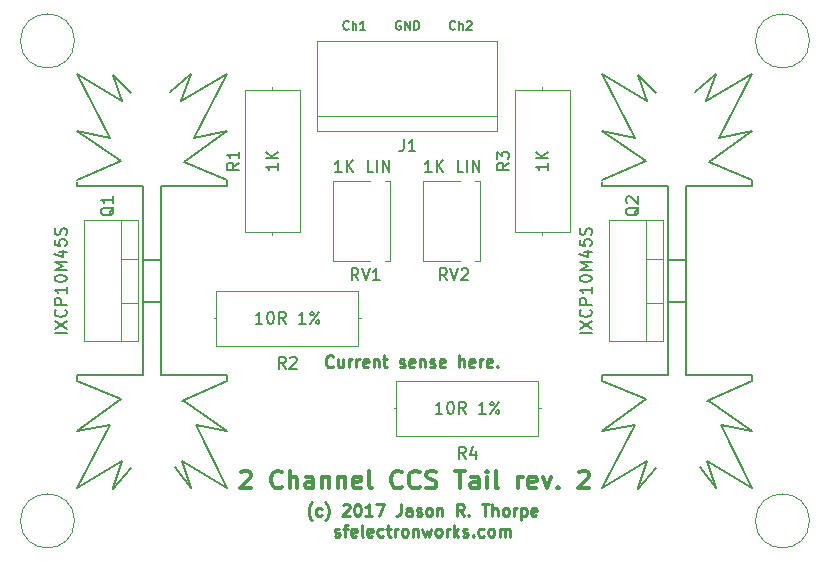
<source format=gbr>
G04 #@! TF.FileFunction,Legend,Top*
%FSLAX46Y46*%
G04 Gerber Fmt 4.6, Leading zero omitted, Abs format (unit mm)*
G04 Created by KiCad (PCBNEW 4.0.7) date Tuesday, March 20, 2018 'PMt' 01:52:30 PM*
%MOMM*%
%LPD*%
G01*
G04 APERTURE LIST*
%ADD10C,0.100000*%
%ADD11C,0.250000*%
%ADD12C,0.187500*%
%ADD13C,0.300000*%
%ADD14C,0.150000*%
%ADD15C,0.120000*%
G04 APERTURE END LIST*
D10*
D11*
X139764332Y-120245143D02*
X139716713Y-120292762D01*
X139573856Y-120340381D01*
X139478618Y-120340381D01*
X139335760Y-120292762D01*
X139240522Y-120197524D01*
X139192903Y-120102286D01*
X139145284Y-119911810D01*
X139145284Y-119768952D01*
X139192903Y-119578476D01*
X139240522Y-119483238D01*
X139335760Y-119388000D01*
X139478618Y-119340381D01*
X139573856Y-119340381D01*
X139716713Y-119388000D01*
X139764332Y-119435619D01*
X140621475Y-119673714D02*
X140621475Y-120340381D01*
X140192903Y-119673714D02*
X140192903Y-120197524D01*
X140240522Y-120292762D01*
X140335760Y-120340381D01*
X140478618Y-120340381D01*
X140573856Y-120292762D01*
X140621475Y-120245143D01*
X141097665Y-120340381D02*
X141097665Y-119673714D01*
X141097665Y-119864190D02*
X141145284Y-119768952D01*
X141192903Y-119721333D01*
X141288141Y-119673714D01*
X141383380Y-119673714D01*
X141716713Y-120340381D02*
X141716713Y-119673714D01*
X141716713Y-119864190D02*
X141764332Y-119768952D01*
X141811951Y-119721333D01*
X141907189Y-119673714D01*
X142002428Y-119673714D01*
X142716714Y-120292762D02*
X142621476Y-120340381D01*
X142430999Y-120340381D01*
X142335761Y-120292762D01*
X142288142Y-120197524D01*
X142288142Y-119816571D01*
X142335761Y-119721333D01*
X142430999Y-119673714D01*
X142621476Y-119673714D01*
X142716714Y-119721333D01*
X142764333Y-119816571D01*
X142764333Y-119911810D01*
X142288142Y-120007048D01*
X143192904Y-119673714D02*
X143192904Y-120340381D01*
X143192904Y-119768952D02*
X143240523Y-119721333D01*
X143335761Y-119673714D01*
X143478619Y-119673714D01*
X143573857Y-119721333D01*
X143621476Y-119816571D01*
X143621476Y-120340381D01*
X143954809Y-119673714D02*
X144335761Y-119673714D01*
X144097666Y-119340381D02*
X144097666Y-120197524D01*
X144145285Y-120292762D01*
X144240523Y-120340381D01*
X144335761Y-120340381D01*
X145383381Y-120292762D02*
X145478619Y-120340381D01*
X145669095Y-120340381D01*
X145764334Y-120292762D01*
X145811953Y-120197524D01*
X145811953Y-120149905D01*
X145764334Y-120054667D01*
X145669095Y-120007048D01*
X145526238Y-120007048D01*
X145431000Y-119959429D01*
X145383381Y-119864190D01*
X145383381Y-119816571D01*
X145431000Y-119721333D01*
X145526238Y-119673714D01*
X145669095Y-119673714D01*
X145764334Y-119721333D01*
X146621477Y-120292762D02*
X146526239Y-120340381D01*
X146335762Y-120340381D01*
X146240524Y-120292762D01*
X146192905Y-120197524D01*
X146192905Y-119816571D01*
X146240524Y-119721333D01*
X146335762Y-119673714D01*
X146526239Y-119673714D01*
X146621477Y-119721333D01*
X146669096Y-119816571D01*
X146669096Y-119911810D01*
X146192905Y-120007048D01*
X147097667Y-119673714D02*
X147097667Y-120340381D01*
X147097667Y-119768952D02*
X147145286Y-119721333D01*
X147240524Y-119673714D01*
X147383382Y-119673714D01*
X147478620Y-119721333D01*
X147526239Y-119816571D01*
X147526239Y-120340381D01*
X147954810Y-120292762D02*
X148050048Y-120340381D01*
X148240524Y-120340381D01*
X148335763Y-120292762D01*
X148383382Y-120197524D01*
X148383382Y-120149905D01*
X148335763Y-120054667D01*
X148240524Y-120007048D01*
X148097667Y-120007048D01*
X148002429Y-119959429D01*
X147954810Y-119864190D01*
X147954810Y-119816571D01*
X148002429Y-119721333D01*
X148097667Y-119673714D01*
X148240524Y-119673714D01*
X148335763Y-119721333D01*
X149192906Y-120292762D02*
X149097668Y-120340381D01*
X148907191Y-120340381D01*
X148811953Y-120292762D01*
X148764334Y-120197524D01*
X148764334Y-119816571D01*
X148811953Y-119721333D01*
X148907191Y-119673714D01*
X149097668Y-119673714D01*
X149192906Y-119721333D01*
X149240525Y-119816571D01*
X149240525Y-119911810D01*
X148764334Y-120007048D01*
X150431001Y-120340381D02*
X150431001Y-119340381D01*
X150859573Y-120340381D02*
X150859573Y-119816571D01*
X150811954Y-119721333D01*
X150716716Y-119673714D01*
X150573858Y-119673714D01*
X150478620Y-119721333D01*
X150431001Y-119768952D01*
X151716716Y-120292762D02*
X151621478Y-120340381D01*
X151431001Y-120340381D01*
X151335763Y-120292762D01*
X151288144Y-120197524D01*
X151288144Y-119816571D01*
X151335763Y-119721333D01*
X151431001Y-119673714D01*
X151621478Y-119673714D01*
X151716716Y-119721333D01*
X151764335Y-119816571D01*
X151764335Y-119911810D01*
X151288144Y-120007048D01*
X152192906Y-120340381D02*
X152192906Y-119673714D01*
X152192906Y-119864190D02*
X152240525Y-119768952D01*
X152288144Y-119721333D01*
X152383382Y-119673714D01*
X152478621Y-119673714D01*
X153192907Y-120292762D02*
X153097669Y-120340381D01*
X152907192Y-120340381D01*
X152811954Y-120292762D01*
X152764335Y-120197524D01*
X152764335Y-119816571D01*
X152811954Y-119721333D01*
X152907192Y-119673714D01*
X153097669Y-119673714D01*
X153192907Y-119721333D01*
X153240526Y-119816571D01*
X153240526Y-119911810D01*
X152764335Y-120007048D01*
X153669097Y-120245143D02*
X153716716Y-120292762D01*
X153669097Y-120340381D01*
X153621478Y-120292762D01*
X153669097Y-120245143D01*
X153669097Y-120340381D01*
D12*
X141085713Y-91707857D02*
X141049999Y-91743571D01*
X140942856Y-91779286D01*
X140871427Y-91779286D01*
X140764284Y-91743571D01*
X140692856Y-91672143D01*
X140657141Y-91600714D01*
X140621427Y-91457857D01*
X140621427Y-91350714D01*
X140657141Y-91207857D01*
X140692856Y-91136429D01*
X140764284Y-91065000D01*
X140871427Y-91029286D01*
X140942856Y-91029286D01*
X141049999Y-91065000D01*
X141085713Y-91100714D01*
X141407141Y-91779286D02*
X141407141Y-91029286D01*
X141728570Y-91779286D02*
X141728570Y-91386429D01*
X141692856Y-91315000D01*
X141621427Y-91279286D01*
X141514284Y-91279286D01*
X141442856Y-91315000D01*
X141407141Y-91350714D01*
X142478570Y-91779286D02*
X142049998Y-91779286D01*
X142264284Y-91779286D02*
X142264284Y-91029286D01*
X142192855Y-91136429D01*
X142121427Y-91207857D01*
X142049998Y-91243571D01*
X145478572Y-91065000D02*
X145407143Y-91029286D01*
X145300000Y-91029286D01*
X145192857Y-91065000D01*
X145121429Y-91136429D01*
X145085714Y-91207857D01*
X145050000Y-91350714D01*
X145050000Y-91457857D01*
X145085714Y-91600714D01*
X145121429Y-91672143D01*
X145192857Y-91743571D01*
X145300000Y-91779286D01*
X145371429Y-91779286D01*
X145478572Y-91743571D01*
X145514286Y-91707857D01*
X145514286Y-91457857D01*
X145371429Y-91457857D01*
X145835714Y-91779286D02*
X145835714Y-91029286D01*
X146264286Y-91779286D01*
X146264286Y-91029286D01*
X146621428Y-91779286D02*
X146621428Y-91029286D01*
X146800000Y-91029286D01*
X146907143Y-91065000D01*
X146978571Y-91136429D01*
X147014286Y-91207857D01*
X147050000Y-91350714D01*
X147050000Y-91457857D01*
X147014286Y-91600714D01*
X146978571Y-91672143D01*
X146907143Y-91743571D01*
X146800000Y-91779286D01*
X146621428Y-91779286D01*
X150085716Y-91707857D02*
X150050002Y-91743571D01*
X149942859Y-91779286D01*
X149871430Y-91779286D01*
X149764287Y-91743571D01*
X149692859Y-91672143D01*
X149657144Y-91600714D01*
X149621430Y-91457857D01*
X149621430Y-91350714D01*
X149657144Y-91207857D01*
X149692859Y-91136429D01*
X149764287Y-91065000D01*
X149871430Y-91029286D01*
X149942859Y-91029286D01*
X150050002Y-91065000D01*
X150085716Y-91100714D01*
X150407144Y-91779286D02*
X150407144Y-91029286D01*
X150728573Y-91779286D02*
X150728573Y-91386429D01*
X150692859Y-91315000D01*
X150621430Y-91279286D01*
X150514287Y-91279286D01*
X150442859Y-91315000D01*
X150407144Y-91350714D01*
X151050001Y-91100714D02*
X151085715Y-91065000D01*
X151157144Y-91029286D01*
X151335715Y-91029286D01*
X151407144Y-91065000D01*
X151442858Y-91100714D01*
X151478573Y-91172143D01*
X151478573Y-91243571D01*
X151442858Y-91350714D01*
X151014287Y-91779286D01*
X151478573Y-91779286D01*
D13*
X131935001Y-129242429D02*
X132006430Y-129171000D01*
X132149287Y-129099571D01*
X132506430Y-129099571D01*
X132649287Y-129171000D01*
X132720716Y-129242429D01*
X132792144Y-129385286D01*
X132792144Y-129528143D01*
X132720716Y-129742429D01*
X131863573Y-130599571D01*
X132792144Y-130599571D01*
X135435001Y-130456714D02*
X135363572Y-130528143D01*
X135149286Y-130599571D01*
X135006429Y-130599571D01*
X134792144Y-130528143D01*
X134649286Y-130385286D01*
X134577858Y-130242429D01*
X134506429Y-129956714D01*
X134506429Y-129742429D01*
X134577858Y-129456714D01*
X134649286Y-129313857D01*
X134792144Y-129171000D01*
X135006429Y-129099571D01*
X135149286Y-129099571D01*
X135363572Y-129171000D01*
X135435001Y-129242429D01*
X136077858Y-130599571D02*
X136077858Y-129099571D01*
X136720715Y-130599571D02*
X136720715Y-129813857D01*
X136649286Y-129671000D01*
X136506429Y-129599571D01*
X136292144Y-129599571D01*
X136149286Y-129671000D01*
X136077858Y-129742429D01*
X138077858Y-130599571D02*
X138077858Y-129813857D01*
X138006429Y-129671000D01*
X137863572Y-129599571D01*
X137577858Y-129599571D01*
X137435001Y-129671000D01*
X138077858Y-130528143D02*
X137935001Y-130599571D01*
X137577858Y-130599571D01*
X137435001Y-130528143D01*
X137363572Y-130385286D01*
X137363572Y-130242429D01*
X137435001Y-130099571D01*
X137577858Y-130028143D01*
X137935001Y-130028143D01*
X138077858Y-129956714D01*
X138792144Y-129599571D02*
X138792144Y-130599571D01*
X138792144Y-129742429D02*
X138863572Y-129671000D01*
X139006430Y-129599571D01*
X139220715Y-129599571D01*
X139363572Y-129671000D01*
X139435001Y-129813857D01*
X139435001Y-130599571D01*
X140149287Y-129599571D02*
X140149287Y-130599571D01*
X140149287Y-129742429D02*
X140220715Y-129671000D01*
X140363573Y-129599571D01*
X140577858Y-129599571D01*
X140720715Y-129671000D01*
X140792144Y-129813857D01*
X140792144Y-130599571D01*
X142077858Y-130528143D02*
X141935001Y-130599571D01*
X141649287Y-130599571D01*
X141506430Y-130528143D01*
X141435001Y-130385286D01*
X141435001Y-129813857D01*
X141506430Y-129671000D01*
X141649287Y-129599571D01*
X141935001Y-129599571D01*
X142077858Y-129671000D01*
X142149287Y-129813857D01*
X142149287Y-129956714D01*
X141435001Y-130099571D01*
X143006430Y-130599571D02*
X142863572Y-130528143D01*
X142792144Y-130385286D01*
X142792144Y-129099571D01*
X145577858Y-130456714D02*
X145506429Y-130528143D01*
X145292143Y-130599571D01*
X145149286Y-130599571D01*
X144935001Y-130528143D01*
X144792143Y-130385286D01*
X144720715Y-130242429D01*
X144649286Y-129956714D01*
X144649286Y-129742429D01*
X144720715Y-129456714D01*
X144792143Y-129313857D01*
X144935001Y-129171000D01*
X145149286Y-129099571D01*
X145292143Y-129099571D01*
X145506429Y-129171000D01*
X145577858Y-129242429D01*
X147077858Y-130456714D02*
X147006429Y-130528143D01*
X146792143Y-130599571D01*
X146649286Y-130599571D01*
X146435001Y-130528143D01*
X146292143Y-130385286D01*
X146220715Y-130242429D01*
X146149286Y-129956714D01*
X146149286Y-129742429D01*
X146220715Y-129456714D01*
X146292143Y-129313857D01*
X146435001Y-129171000D01*
X146649286Y-129099571D01*
X146792143Y-129099571D01*
X147006429Y-129171000D01*
X147077858Y-129242429D01*
X147649286Y-130528143D02*
X147863572Y-130599571D01*
X148220715Y-130599571D01*
X148363572Y-130528143D01*
X148435001Y-130456714D01*
X148506429Y-130313857D01*
X148506429Y-130171000D01*
X148435001Y-130028143D01*
X148363572Y-129956714D01*
X148220715Y-129885286D01*
X147935001Y-129813857D01*
X147792143Y-129742429D01*
X147720715Y-129671000D01*
X147649286Y-129528143D01*
X147649286Y-129385286D01*
X147720715Y-129242429D01*
X147792143Y-129171000D01*
X147935001Y-129099571D01*
X148292143Y-129099571D01*
X148506429Y-129171000D01*
X150077857Y-129099571D02*
X150935000Y-129099571D01*
X150506429Y-130599571D02*
X150506429Y-129099571D01*
X152077857Y-130599571D02*
X152077857Y-129813857D01*
X152006428Y-129671000D01*
X151863571Y-129599571D01*
X151577857Y-129599571D01*
X151435000Y-129671000D01*
X152077857Y-130528143D02*
X151935000Y-130599571D01*
X151577857Y-130599571D01*
X151435000Y-130528143D01*
X151363571Y-130385286D01*
X151363571Y-130242429D01*
X151435000Y-130099571D01*
X151577857Y-130028143D01*
X151935000Y-130028143D01*
X152077857Y-129956714D01*
X152792143Y-130599571D02*
X152792143Y-129599571D01*
X152792143Y-129099571D02*
X152720714Y-129171000D01*
X152792143Y-129242429D01*
X152863571Y-129171000D01*
X152792143Y-129099571D01*
X152792143Y-129242429D01*
X153720715Y-130599571D02*
X153577857Y-130528143D01*
X153506429Y-130385286D01*
X153506429Y-129099571D01*
X155435000Y-130599571D02*
X155435000Y-129599571D01*
X155435000Y-129885286D02*
X155506428Y-129742429D01*
X155577857Y-129671000D01*
X155720714Y-129599571D01*
X155863571Y-129599571D01*
X156934999Y-130528143D02*
X156792142Y-130599571D01*
X156506428Y-130599571D01*
X156363571Y-130528143D01*
X156292142Y-130385286D01*
X156292142Y-129813857D01*
X156363571Y-129671000D01*
X156506428Y-129599571D01*
X156792142Y-129599571D01*
X156934999Y-129671000D01*
X157006428Y-129813857D01*
X157006428Y-129956714D01*
X156292142Y-130099571D01*
X157506428Y-129599571D02*
X157863571Y-130599571D01*
X158220713Y-129599571D01*
X158792142Y-130456714D02*
X158863570Y-130528143D01*
X158792142Y-130599571D01*
X158720713Y-130528143D01*
X158792142Y-130456714D01*
X158792142Y-130599571D01*
X160577856Y-129242429D02*
X160649285Y-129171000D01*
X160792142Y-129099571D01*
X161149285Y-129099571D01*
X161292142Y-129171000D01*
X161363571Y-129242429D01*
X161434999Y-129385286D01*
X161434999Y-129528143D01*
X161363571Y-129742429D01*
X160506428Y-130599571D01*
X161434999Y-130599571D01*
D11*
X137962856Y-133308333D02*
X137915236Y-133260714D01*
X137819998Y-133117857D01*
X137772379Y-133022619D01*
X137724760Y-132879762D01*
X137677141Y-132641667D01*
X137677141Y-132451190D01*
X137724760Y-132213095D01*
X137772379Y-132070238D01*
X137819998Y-131975000D01*
X137915236Y-131832143D01*
X137962856Y-131784524D01*
X138772380Y-132879762D02*
X138677142Y-132927381D01*
X138486665Y-132927381D01*
X138391427Y-132879762D01*
X138343808Y-132832143D01*
X138296189Y-132736905D01*
X138296189Y-132451190D01*
X138343808Y-132355952D01*
X138391427Y-132308333D01*
X138486665Y-132260714D01*
X138677142Y-132260714D01*
X138772380Y-132308333D01*
X139105713Y-133308333D02*
X139153332Y-133260714D01*
X139248570Y-133117857D01*
X139296189Y-133022619D01*
X139343808Y-132879762D01*
X139391427Y-132641667D01*
X139391427Y-132451190D01*
X139343808Y-132213095D01*
X139296189Y-132070238D01*
X139248570Y-131975000D01*
X139153332Y-131832143D01*
X139105713Y-131784524D01*
X140581904Y-132022619D02*
X140629523Y-131975000D01*
X140724761Y-131927381D01*
X140962857Y-131927381D01*
X141058095Y-131975000D01*
X141105714Y-132022619D01*
X141153333Y-132117857D01*
X141153333Y-132213095D01*
X141105714Y-132355952D01*
X140534285Y-132927381D01*
X141153333Y-132927381D01*
X141772380Y-131927381D02*
X141867619Y-131927381D01*
X141962857Y-131975000D01*
X142010476Y-132022619D01*
X142058095Y-132117857D01*
X142105714Y-132308333D01*
X142105714Y-132546429D01*
X142058095Y-132736905D01*
X142010476Y-132832143D01*
X141962857Y-132879762D01*
X141867619Y-132927381D01*
X141772380Y-132927381D01*
X141677142Y-132879762D01*
X141629523Y-132832143D01*
X141581904Y-132736905D01*
X141534285Y-132546429D01*
X141534285Y-132308333D01*
X141581904Y-132117857D01*
X141629523Y-132022619D01*
X141677142Y-131975000D01*
X141772380Y-131927381D01*
X143058095Y-132927381D02*
X142486666Y-132927381D01*
X142772380Y-132927381D02*
X142772380Y-131927381D01*
X142677142Y-132070238D01*
X142581904Y-132165476D01*
X142486666Y-132213095D01*
X143391428Y-131927381D02*
X144058095Y-131927381D01*
X143629523Y-132927381D01*
X145486667Y-131927381D02*
X145486667Y-132641667D01*
X145439047Y-132784524D01*
X145343809Y-132879762D01*
X145200952Y-132927381D01*
X145105714Y-132927381D01*
X146391429Y-132927381D02*
X146391429Y-132403571D01*
X146343810Y-132308333D01*
X146248572Y-132260714D01*
X146058095Y-132260714D01*
X145962857Y-132308333D01*
X146391429Y-132879762D02*
X146296191Y-132927381D01*
X146058095Y-132927381D01*
X145962857Y-132879762D01*
X145915238Y-132784524D01*
X145915238Y-132689286D01*
X145962857Y-132594048D01*
X146058095Y-132546429D01*
X146296191Y-132546429D01*
X146391429Y-132498810D01*
X146820000Y-132879762D02*
X146915238Y-132927381D01*
X147105714Y-132927381D01*
X147200953Y-132879762D01*
X147248572Y-132784524D01*
X147248572Y-132736905D01*
X147200953Y-132641667D01*
X147105714Y-132594048D01*
X146962857Y-132594048D01*
X146867619Y-132546429D01*
X146820000Y-132451190D01*
X146820000Y-132403571D01*
X146867619Y-132308333D01*
X146962857Y-132260714D01*
X147105714Y-132260714D01*
X147200953Y-132308333D01*
X147820000Y-132927381D02*
X147724762Y-132879762D01*
X147677143Y-132832143D01*
X147629524Y-132736905D01*
X147629524Y-132451190D01*
X147677143Y-132355952D01*
X147724762Y-132308333D01*
X147820000Y-132260714D01*
X147962858Y-132260714D01*
X148058096Y-132308333D01*
X148105715Y-132355952D01*
X148153334Y-132451190D01*
X148153334Y-132736905D01*
X148105715Y-132832143D01*
X148058096Y-132879762D01*
X147962858Y-132927381D01*
X147820000Y-132927381D01*
X148581905Y-132260714D02*
X148581905Y-132927381D01*
X148581905Y-132355952D02*
X148629524Y-132308333D01*
X148724762Y-132260714D01*
X148867620Y-132260714D01*
X148962858Y-132308333D01*
X149010477Y-132403571D01*
X149010477Y-132927381D01*
X150820001Y-132927381D02*
X150486667Y-132451190D01*
X150248572Y-132927381D02*
X150248572Y-131927381D01*
X150629525Y-131927381D01*
X150724763Y-131975000D01*
X150772382Y-132022619D01*
X150820001Y-132117857D01*
X150820001Y-132260714D01*
X150772382Y-132355952D01*
X150724763Y-132403571D01*
X150629525Y-132451190D01*
X150248572Y-132451190D01*
X151248572Y-132832143D02*
X151296191Y-132879762D01*
X151248572Y-132927381D01*
X151200953Y-132879762D01*
X151248572Y-132832143D01*
X151248572Y-132927381D01*
X152343810Y-131927381D02*
X152915239Y-131927381D01*
X152629524Y-132927381D02*
X152629524Y-131927381D01*
X153248572Y-132927381D02*
X153248572Y-131927381D01*
X153677144Y-132927381D02*
X153677144Y-132403571D01*
X153629525Y-132308333D01*
X153534287Y-132260714D01*
X153391429Y-132260714D01*
X153296191Y-132308333D01*
X153248572Y-132355952D01*
X154296191Y-132927381D02*
X154200953Y-132879762D01*
X154153334Y-132832143D01*
X154105715Y-132736905D01*
X154105715Y-132451190D01*
X154153334Y-132355952D01*
X154200953Y-132308333D01*
X154296191Y-132260714D01*
X154439049Y-132260714D01*
X154534287Y-132308333D01*
X154581906Y-132355952D01*
X154629525Y-132451190D01*
X154629525Y-132736905D01*
X154581906Y-132832143D01*
X154534287Y-132879762D01*
X154439049Y-132927381D01*
X154296191Y-132927381D01*
X155058096Y-132927381D02*
X155058096Y-132260714D01*
X155058096Y-132451190D02*
X155105715Y-132355952D01*
X155153334Y-132308333D01*
X155248572Y-132260714D01*
X155343811Y-132260714D01*
X155677144Y-132260714D02*
X155677144Y-133260714D01*
X155677144Y-132308333D02*
X155772382Y-132260714D01*
X155962859Y-132260714D01*
X156058097Y-132308333D01*
X156105716Y-132355952D01*
X156153335Y-132451190D01*
X156153335Y-132736905D01*
X156105716Y-132832143D01*
X156058097Y-132879762D01*
X155962859Y-132927381D01*
X155772382Y-132927381D01*
X155677144Y-132879762D01*
X156962859Y-132879762D02*
X156867621Y-132927381D01*
X156677144Y-132927381D01*
X156581906Y-132879762D01*
X156534287Y-132784524D01*
X156534287Y-132403571D01*
X156581906Y-132308333D01*
X156677144Y-132260714D01*
X156867621Y-132260714D01*
X156962859Y-132308333D01*
X157010478Y-132403571D01*
X157010478Y-132498810D01*
X156534287Y-132594048D01*
X139891427Y-134629762D02*
X139986665Y-134677381D01*
X140177141Y-134677381D01*
X140272380Y-134629762D01*
X140319999Y-134534524D01*
X140319999Y-134486905D01*
X140272380Y-134391667D01*
X140177141Y-134344048D01*
X140034284Y-134344048D01*
X139939046Y-134296429D01*
X139891427Y-134201190D01*
X139891427Y-134153571D01*
X139939046Y-134058333D01*
X140034284Y-134010714D01*
X140177141Y-134010714D01*
X140272380Y-134058333D01*
X140605713Y-134010714D02*
X140986665Y-134010714D01*
X140748570Y-134677381D02*
X140748570Y-133820238D01*
X140796189Y-133725000D01*
X140891427Y-133677381D01*
X140986665Y-133677381D01*
X141700952Y-134629762D02*
X141605714Y-134677381D01*
X141415237Y-134677381D01*
X141319999Y-134629762D01*
X141272380Y-134534524D01*
X141272380Y-134153571D01*
X141319999Y-134058333D01*
X141415237Y-134010714D01*
X141605714Y-134010714D01*
X141700952Y-134058333D01*
X141748571Y-134153571D01*
X141748571Y-134248810D01*
X141272380Y-134344048D01*
X142319999Y-134677381D02*
X142224761Y-134629762D01*
X142177142Y-134534524D01*
X142177142Y-133677381D01*
X143081905Y-134629762D02*
X142986667Y-134677381D01*
X142796190Y-134677381D01*
X142700952Y-134629762D01*
X142653333Y-134534524D01*
X142653333Y-134153571D01*
X142700952Y-134058333D01*
X142796190Y-134010714D01*
X142986667Y-134010714D01*
X143081905Y-134058333D01*
X143129524Y-134153571D01*
X143129524Y-134248810D01*
X142653333Y-134344048D01*
X143986667Y-134629762D02*
X143891429Y-134677381D01*
X143700952Y-134677381D01*
X143605714Y-134629762D01*
X143558095Y-134582143D01*
X143510476Y-134486905D01*
X143510476Y-134201190D01*
X143558095Y-134105952D01*
X143605714Y-134058333D01*
X143700952Y-134010714D01*
X143891429Y-134010714D01*
X143986667Y-134058333D01*
X144272381Y-134010714D02*
X144653333Y-134010714D01*
X144415238Y-133677381D02*
X144415238Y-134534524D01*
X144462857Y-134629762D01*
X144558095Y-134677381D01*
X144653333Y-134677381D01*
X144986667Y-134677381D02*
X144986667Y-134010714D01*
X144986667Y-134201190D02*
X145034286Y-134105952D01*
X145081905Y-134058333D01*
X145177143Y-134010714D01*
X145272382Y-134010714D01*
X145748572Y-134677381D02*
X145653334Y-134629762D01*
X145605715Y-134582143D01*
X145558096Y-134486905D01*
X145558096Y-134201190D01*
X145605715Y-134105952D01*
X145653334Y-134058333D01*
X145748572Y-134010714D01*
X145891430Y-134010714D01*
X145986668Y-134058333D01*
X146034287Y-134105952D01*
X146081906Y-134201190D01*
X146081906Y-134486905D01*
X146034287Y-134582143D01*
X145986668Y-134629762D01*
X145891430Y-134677381D01*
X145748572Y-134677381D01*
X146510477Y-134010714D02*
X146510477Y-134677381D01*
X146510477Y-134105952D02*
X146558096Y-134058333D01*
X146653334Y-134010714D01*
X146796192Y-134010714D01*
X146891430Y-134058333D01*
X146939049Y-134153571D01*
X146939049Y-134677381D01*
X147320001Y-134010714D02*
X147510477Y-134677381D01*
X147700954Y-134201190D01*
X147891430Y-134677381D01*
X148081906Y-134010714D01*
X148605715Y-134677381D02*
X148510477Y-134629762D01*
X148462858Y-134582143D01*
X148415239Y-134486905D01*
X148415239Y-134201190D01*
X148462858Y-134105952D01*
X148510477Y-134058333D01*
X148605715Y-134010714D01*
X148748573Y-134010714D01*
X148843811Y-134058333D01*
X148891430Y-134105952D01*
X148939049Y-134201190D01*
X148939049Y-134486905D01*
X148891430Y-134582143D01*
X148843811Y-134629762D01*
X148748573Y-134677381D01*
X148605715Y-134677381D01*
X149367620Y-134677381D02*
X149367620Y-134010714D01*
X149367620Y-134201190D02*
X149415239Y-134105952D01*
X149462858Y-134058333D01*
X149558096Y-134010714D01*
X149653335Y-134010714D01*
X149986668Y-134677381D02*
X149986668Y-133677381D01*
X150081906Y-134296429D02*
X150367621Y-134677381D01*
X150367621Y-134010714D02*
X149986668Y-134391667D01*
X150748573Y-134629762D02*
X150843811Y-134677381D01*
X151034287Y-134677381D01*
X151129526Y-134629762D01*
X151177145Y-134534524D01*
X151177145Y-134486905D01*
X151129526Y-134391667D01*
X151034287Y-134344048D01*
X150891430Y-134344048D01*
X150796192Y-134296429D01*
X150748573Y-134201190D01*
X150748573Y-134153571D01*
X150796192Y-134058333D01*
X150891430Y-134010714D01*
X151034287Y-134010714D01*
X151129526Y-134058333D01*
X151605716Y-134582143D02*
X151653335Y-134629762D01*
X151605716Y-134677381D01*
X151558097Y-134629762D01*
X151605716Y-134582143D01*
X151605716Y-134677381D01*
X152510478Y-134629762D02*
X152415240Y-134677381D01*
X152224763Y-134677381D01*
X152129525Y-134629762D01*
X152081906Y-134582143D01*
X152034287Y-134486905D01*
X152034287Y-134201190D01*
X152081906Y-134105952D01*
X152129525Y-134058333D01*
X152224763Y-134010714D01*
X152415240Y-134010714D01*
X152510478Y-134058333D01*
X153081906Y-134677381D02*
X152986668Y-134629762D01*
X152939049Y-134582143D01*
X152891430Y-134486905D01*
X152891430Y-134201190D01*
X152939049Y-134105952D01*
X152986668Y-134058333D01*
X153081906Y-134010714D01*
X153224764Y-134010714D01*
X153320002Y-134058333D01*
X153367621Y-134105952D01*
X153415240Y-134201190D01*
X153415240Y-134486905D01*
X153367621Y-134582143D01*
X153320002Y-134629762D01*
X153224764Y-134677381D01*
X153081906Y-134677381D01*
X153843811Y-134677381D02*
X153843811Y-134010714D01*
X153843811Y-134105952D02*
X153891430Y-134058333D01*
X153986668Y-134010714D01*
X154129526Y-134010714D01*
X154224764Y-134058333D01*
X154272383Y-134153571D01*
X154272383Y-134677381D01*
X154272383Y-134153571D02*
X154320002Y-134058333D01*
X154415240Y-134010714D01*
X154558097Y-134010714D01*
X154653335Y-134058333D01*
X154700954Y-134153571D01*
X154700954Y-134677381D01*
D14*
X123698000Y-114808000D02*
X125222000Y-114808000D01*
X123698000Y-111252000D02*
X125222000Y-111252000D01*
X130810000Y-121539000D02*
X130810000Y-121031000D01*
X118110000Y-95504000D02*
X120904000Y-100965000D01*
X120904000Y-100965000D02*
X118110000Y-100330000D01*
X121793000Y-123063000D02*
X118110000Y-125730000D01*
X118110000Y-125730000D02*
X120904000Y-125222000D01*
X120904000Y-125222000D02*
X118110000Y-130556000D01*
X127127000Y-123190000D02*
X130810000Y-125730000D01*
X130810000Y-125730000D02*
X128143000Y-125222000D01*
X128143000Y-125222000D02*
X130810000Y-130556000D01*
X127000000Y-128270000D02*
X130810000Y-130556000D01*
X121920000Y-128270000D02*
X118110000Y-130556000D01*
X118110000Y-105029000D02*
X118110000Y-104648000D01*
X130810000Y-105029000D02*
X130810000Y-104521000D01*
X127127000Y-102997000D02*
X130810000Y-100330000D01*
X130810000Y-100330000D02*
X128016000Y-100965000D01*
X128016000Y-100965000D02*
X130810000Y-95504000D01*
X126873000Y-97790000D02*
X127762000Y-95504000D01*
X127762000Y-95504000D02*
X125984000Y-97028000D01*
X130810000Y-95504000D02*
X126873000Y-97790000D01*
X121920000Y-97790000D02*
X121158000Y-95631000D01*
X121158000Y-95631000D02*
X122682000Y-97155000D01*
X118110000Y-95504000D02*
X121920000Y-97790000D01*
X121793000Y-102870000D02*
X118110000Y-100330000D01*
X130810000Y-104521000D02*
X127127000Y-102997000D01*
X118110000Y-104521000D02*
X121793000Y-102870000D01*
X130810000Y-121539000D02*
X127000000Y-123190000D01*
X118110000Y-121031000D02*
X118110000Y-121539000D01*
X118110000Y-121539000D02*
X121793000Y-123063000D01*
X127762000Y-130556000D02*
X126365000Y-128778000D01*
X121158000Y-130683000D02*
X122682000Y-128905000D01*
X127762000Y-130556000D02*
X127000000Y-128270000D01*
X121158000Y-130556000D02*
X121920000Y-128270000D01*
X125222000Y-113030000D02*
X125222000Y-121031000D01*
X125222000Y-121031000D02*
X130810000Y-121031000D01*
X125222000Y-113030000D02*
X125222000Y-105029000D01*
X125222000Y-105029000D02*
X130810000Y-105029000D01*
X123698000Y-113030000D02*
X123698000Y-121031000D01*
X123698000Y-121031000D02*
X118110000Y-121031000D01*
X123698000Y-113030000D02*
X123698000Y-105029000D01*
X123698000Y-105029000D02*
X118110000Y-105029000D01*
D15*
X152210000Y-111310000D02*
X151741000Y-111310000D01*
X150519000Y-111310000D02*
X147390000Y-111310000D01*
X152210000Y-104590000D02*
X151741000Y-104590000D01*
X150519000Y-104590000D02*
X147390000Y-104590000D01*
X147390000Y-111310000D02*
X147390000Y-104590000D01*
X152210000Y-111310000D02*
X152210000Y-104590000D01*
X138430000Y-100330000D02*
X138430000Y-92710000D01*
X153670000Y-100330000D02*
X153670000Y-92710000D01*
X138430000Y-99060000D02*
X153670000Y-99060000D01*
X138430000Y-92710000D02*
X153670000Y-92710000D01*
X138430000Y-100330000D02*
X153670000Y-100330000D01*
X123270000Y-107910000D02*
X123270000Y-118150000D01*
X118629000Y-107910000D02*
X118629000Y-118150000D01*
X123270000Y-107910000D02*
X118629000Y-107910000D01*
X123270000Y-118150000D02*
X118629000Y-118150000D01*
X121760000Y-107910000D02*
X121760000Y-118150000D01*
X123270000Y-111180000D02*
X121760000Y-111180000D01*
X123270000Y-114881000D02*
X121760000Y-114881000D01*
X167720000Y-107910000D02*
X167720000Y-118150000D01*
X163079000Y-107910000D02*
X163079000Y-118150000D01*
X167720000Y-107910000D02*
X163079000Y-107910000D01*
X167720000Y-118150000D02*
X163079000Y-118150000D01*
X166210000Y-107910000D02*
X166210000Y-118150000D01*
X167720000Y-111180000D02*
X166210000Y-111180000D01*
X167720000Y-114881000D02*
X166210000Y-114881000D01*
X132310000Y-108880000D02*
X136930000Y-108880000D01*
X136930000Y-108880000D02*
X136930000Y-96860000D01*
X136930000Y-96860000D02*
X132310000Y-96860000D01*
X132310000Y-96860000D02*
X132310000Y-108880000D01*
X134620000Y-109110000D02*
X134620000Y-108880000D01*
X134620000Y-96630000D02*
X134620000Y-96860000D01*
X129880000Y-113895000D02*
X129880000Y-118515000D01*
X129880000Y-118515000D02*
X141900000Y-118515000D01*
X141900000Y-118515000D02*
X141900000Y-113895000D01*
X141900000Y-113895000D02*
X129880000Y-113895000D01*
X129650000Y-116205000D02*
X129880000Y-116205000D01*
X142130000Y-116205000D02*
X141900000Y-116205000D01*
X159790000Y-96860000D02*
X155170000Y-96860000D01*
X155170000Y-96860000D02*
X155170000Y-108880000D01*
X155170000Y-108880000D02*
X159790000Y-108880000D01*
X159790000Y-108880000D02*
X159790000Y-96860000D01*
X157480000Y-96630000D02*
X157480000Y-96860000D01*
X157480000Y-109110000D02*
X157480000Y-108880000D01*
X157140000Y-126135000D02*
X157140000Y-121515000D01*
X157140000Y-121515000D02*
X145120000Y-121515000D01*
X145120000Y-121515000D02*
X145120000Y-126135000D01*
X145120000Y-126135000D02*
X157140000Y-126135000D01*
X157370000Y-123825000D02*
X157140000Y-123825000D01*
X144890000Y-123825000D02*
X145120000Y-123825000D01*
X144590000Y-111310000D02*
X144121000Y-111310000D01*
X142899000Y-111310000D02*
X139770000Y-111310000D01*
X144590000Y-104590000D02*
X144121000Y-104590000D01*
X142899000Y-104590000D02*
X139770000Y-104590000D01*
X139770000Y-111310000D02*
X139770000Y-104590000D01*
X144590000Y-111310000D02*
X144590000Y-104590000D01*
X180086000Y-92710000D02*
G75*
G03X180086000Y-92710000I-2286000J0D01*
G01*
X117856000Y-92710000D02*
G75*
G03X117856000Y-92710000I-2286000J0D01*
G01*
X180086000Y-133350000D02*
G75*
G03X180086000Y-133350000I-2286000J0D01*
G01*
X117856000Y-133350000D02*
G75*
G03X117856000Y-133350000I-2286000J0D01*
G01*
D14*
X168148000Y-114808000D02*
X169672000Y-114808000D01*
X168148000Y-111252000D02*
X169672000Y-111252000D01*
X175260000Y-121539000D02*
X175260000Y-121031000D01*
X162560000Y-95504000D02*
X165354000Y-100965000D01*
X165354000Y-100965000D02*
X162560000Y-100330000D01*
X166243000Y-123063000D02*
X162560000Y-125730000D01*
X162560000Y-125730000D02*
X165354000Y-125222000D01*
X165354000Y-125222000D02*
X162560000Y-130556000D01*
X171577000Y-123190000D02*
X175260000Y-125730000D01*
X175260000Y-125730000D02*
X172593000Y-125222000D01*
X172593000Y-125222000D02*
X175260000Y-130556000D01*
X171450000Y-128270000D02*
X175260000Y-130556000D01*
X166370000Y-128270000D02*
X162560000Y-130556000D01*
X162560000Y-105029000D02*
X162560000Y-104648000D01*
X175260000Y-105029000D02*
X175260000Y-104521000D01*
X171577000Y-102997000D02*
X175260000Y-100330000D01*
X175260000Y-100330000D02*
X172466000Y-100965000D01*
X172466000Y-100965000D02*
X175260000Y-95504000D01*
X171323000Y-97790000D02*
X172212000Y-95504000D01*
X172212000Y-95504000D02*
X170434000Y-97028000D01*
X175260000Y-95504000D02*
X171323000Y-97790000D01*
X166370000Y-97790000D02*
X165608000Y-95631000D01*
X165608000Y-95631000D02*
X167132000Y-97155000D01*
X162560000Y-95504000D02*
X166370000Y-97790000D01*
X166243000Y-102870000D02*
X162560000Y-100330000D01*
X175260000Y-104521000D02*
X171577000Y-102997000D01*
X162560000Y-104521000D02*
X166243000Y-102870000D01*
X175260000Y-121539000D02*
X171450000Y-123190000D01*
X162560000Y-121031000D02*
X162560000Y-121539000D01*
X162560000Y-121539000D02*
X166243000Y-123063000D01*
X172212000Y-130556000D02*
X170815000Y-128778000D01*
X165608000Y-130683000D02*
X167132000Y-128905000D01*
X172212000Y-130556000D02*
X171450000Y-128270000D01*
X165608000Y-130556000D02*
X166370000Y-128270000D01*
X169672000Y-113030000D02*
X169672000Y-121031000D01*
X169672000Y-121031000D02*
X175260000Y-121031000D01*
X169672000Y-113030000D02*
X169672000Y-105029000D01*
X169672000Y-105029000D02*
X175260000Y-105029000D01*
X168148000Y-113030000D02*
X168148000Y-121031000D01*
X168148000Y-121031000D02*
X162560000Y-121031000D01*
X168148000Y-113030000D02*
X168148000Y-105029000D01*
X168148000Y-105029000D02*
X162560000Y-105029000D01*
X149391762Y-112974381D02*
X149058428Y-112498190D01*
X148820333Y-112974381D02*
X148820333Y-111974381D01*
X149201286Y-111974381D01*
X149296524Y-112022000D01*
X149344143Y-112069619D01*
X149391762Y-112164857D01*
X149391762Y-112307714D01*
X149344143Y-112402952D01*
X149296524Y-112450571D01*
X149201286Y-112498190D01*
X148820333Y-112498190D01*
X149677476Y-111974381D02*
X150010809Y-112974381D01*
X150344143Y-111974381D01*
X150629857Y-112069619D02*
X150677476Y-112022000D01*
X150772714Y-111974381D01*
X151010810Y-111974381D01*
X151106048Y-112022000D01*
X151153667Y-112069619D01*
X151201286Y-112164857D01*
X151201286Y-112260095D01*
X151153667Y-112402952D01*
X150582238Y-112974381D01*
X151201286Y-112974381D01*
X148098096Y-103830381D02*
X147526667Y-103830381D01*
X147812381Y-103830381D02*
X147812381Y-102830381D01*
X147717143Y-102973238D01*
X147621905Y-103068476D01*
X147526667Y-103116095D01*
X148526667Y-103830381D02*
X148526667Y-102830381D01*
X149098096Y-103830381D02*
X148669524Y-103258952D01*
X149098096Y-102830381D02*
X148526667Y-103401810D01*
X150764763Y-103830381D02*
X150288572Y-103830381D01*
X150288572Y-102830381D01*
X151098096Y-103830381D02*
X151098096Y-102830381D01*
X151574286Y-103830381D02*
X151574286Y-102830381D01*
X152145715Y-103830381D01*
X152145715Y-102830381D01*
X145716667Y-101052381D02*
X145716667Y-101766667D01*
X145669047Y-101909524D01*
X145573809Y-102004762D01*
X145430952Y-102052381D01*
X145335714Y-102052381D01*
X146716667Y-102052381D02*
X146145238Y-102052381D01*
X146430952Y-102052381D02*
X146430952Y-101052381D01*
X146335714Y-101195238D01*
X146240476Y-101290476D01*
X146145238Y-101338095D01*
X121197619Y-106775238D02*
X121150000Y-106870476D01*
X121054762Y-106965714D01*
X120911905Y-107108571D01*
X120864286Y-107203810D01*
X120864286Y-107299048D01*
X121102381Y-107251429D02*
X121054762Y-107346667D01*
X120959524Y-107441905D01*
X120769048Y-107489524D01*
X120435714Y-107489524D01*
X120245238Y-107441905D01*
X120150000Y-107346667D01*
X120102381Y-107251429D01*
X120102381Y-107060952D01*
X120150000Y-106965714D01*
X120245238Y-106870476D01*
X120435714Y-106822857D01*
X120769048Y-106822857D01*
X120959524Y-106870476D01*
X121054762Y-106965714D01*
X121102381Y-107060952D01*
X121102381Y-107251429D01*
X121102381Y-105870476D02*
X121102381Y-106441905D01*
X121102381Y-106156191D02*
X120102381Y-106156191D01*
X120245238Y-106251429D01*
X120340476Y-106346667D01*
X120388095Y-106441905D01*
X117182381Y-117458571D02*
X116182381Y-117458571D01*
X116182381Y-117077619D02*
X117182381Y-116410952D01*
X116182381Y-116410952D02*
X117182381Y-117077619D01*
X117087143Y-115458571D02*
X117134762Y-115506190D01*
X117182381Y-115649047D01*
X117182381Y-115744285D01*
X117134762Y-115887143D01*
X117039524Y-115982381D01*
X116944286Y-116030000D01*
X116753810Y-116077619D01*
X116610952Y-116077619D01*
X116420476Y-116030000D01*
X116325238Y-115982381D01*
X116230000Y-115887143D01*
X116182381Y-115744285D01*
X116182381Y-115649047D01*
X116230000Y-115506190D01*
X116277619Y-115458571D01*
X117182381Y-115030000D02*
X116182381Y-115030000D01*
X116182381Y-114649047D01*
X116230000Y-114553809D01*
X116277619Y-114506190D01*
X116372857Y-114458571D01*
X116515714Y-114458571D01*
X116610952Y-114506190D01*
X116658571Y-114553809D01*
X116706190Y-114649047D01*
X116706190Y-115030000D01*
X117182381Y-113506190D02*
X117182381Y-114077619D01*
X117182381Y-113791905D02*
X116182381Y-113791905D01*
X116325238Y-113887143D01*
X116420476Y-113982381D01*
X116468095Y-114077619D01*
X116182381Y-112887143D02*
X116182381Y-112791904D01*
X116230000Y-112696666D01*
X116277619Y-112649047D01*
X116372857Y-112601428D01*
X116563333Y-112553809D01*
X116801429Y-112553809D01*
X116991905Y-112601428D01*
X117087143Y-112649047D01*
X117134762Y-112696666D01*
X117182381Y-112791904D01*
X117182381Y-112887143D01*
X117134762Y-112982381D01*
X117087143Y-113030000D01*
X116991905Y-113077619D01*
X116801429Y-113125238D01*
X116563333Y-113125238D01*
X116372857Y-113077619D01*
X116277619Y-113030000D01*
X116230000Y-112982381D01*
X116182381Y-112887143D01*
X117182381Y-112125238D02*
X116182381Y-112125238D01*
X116896667Y-111791904D01*
X116182381Y-111458571D01*
X117182381Y-111458571D01*
X116515714Y-110553809D02*
X117182381Y-110553809D01*
X116134762Y-110791905D02*
X116849048Y-111030000D01*
X116849048Y-110410952D01*
X116182381Y-109553809D02*
X116182381Y-110030000D01*
X116658571Y-110077619D01*
X116610952Y-110030000D01*
X116563333Y-109934762D01*
X116563333Y-109696666D01*
X116610952Y-109601428D01*
X116658571Y-109553809D01*
X116753810Y-109506190D01*
X116991905Y-109506190D01*
X117087143Y-109553809D01*
X117134762Y-109601428D01*
X117182381Y-109696666D01*
X117182381Y-109934762D01*
X117134762Y-110030000D01*
X117087143Y-110077619D01*
X117134762Y-109125238D02*
X117182381Y-108982381D01*
X117182381Y-108744285D01*
X117134762Y-108649047D01*
X117087143Y-108601428D01*
X116991905Y-108553809D01*
X116896667Y-108553809D01*
X116801429Y-108601428D01*
X116753810Y-108649047D01*
X116706190Y-108744285D01*
X116658571Y-108934762D01*
X116610952Y-109030000D01*
X116563333Y-109077619D01*
X116468095Y-109125238D01*
X116372857Y-109125238D01*
X116277619Y-109077619D01*
X116230000Y-109030000D01*
X116182381Y-108934762D01*
X116182381Y-108696666D01*
X116230000Y-108553809D01*
X165647619Y-106775238D02*
X165600000Y-106870476D01*
X165504762Y-106965714D01*
X165361905Y-107108571D01*
X165314286Y-107203810D01*
X165314286Y-107299048D01*
X165552381Y-107251429D02*
X165504762Y-107346667D01*
X165409524Y-107441905D01*
X165219048Y-107489524D01*
X164885714Y-107489524D01*
X164695238Y-107441905D01*
X164600000Y-107346667D01*
X164552381Y-107251429D01*
X164552381Y-107060952D01*
X164600000Y-106965714D01*
X164695238Y-106870476D01*
X164885714Y-106822857D01*
X165219048Y-106822857D01*
X165409524Y-106870476D01*
X165504762Y-106965714D01*
X165552381Y-107060952D01*
X165552381Y-107251429D01*
X164647619Y-106441905D02*
X164600000Y-106394286D01*
X164552381Y-106299048D01*
X164552381Y-106060952D01*
X164600000Y-105965714D01*
X164647619Y-105918095D01*
X164742857Y-105870476D01*
X164838095Y-105870476D01*
X164980952Y-105918095D01*
X165552381Y-106489524D01*
X165552381Y-105870476D01*
X161632381Y-117458571D02*
X160632381Y-117458571D01*
X160632381Y-117077619D02*
X161632381Y-116410952D01*
X160632381Y-116410952D02*
X161632381Y-117077619D01*
X161537143Y-115458571D02*
X161584762Y-115506190D01*
X161632381Y-115649047D01*
X161632381Y-115744285D01*
X161584762Y-115887143D01*
X161489524Y-115982381D01*
X161394286Y-116030000D01*
X161203810Y-116077619D01*
X161060952Y-116077619D01*
X160870476Y-116030000D01*
X160775238Y-115982381D01*
X160680000Y-115887143D01*
X160632381Y-115744285D01*
X160632381Y-115649047D01*
X160680000Y-115506190D01*
X160727619Y-115458571D01*
X161632381Y-115030000D02*
X160632381Y-115030000D01*
X160632381Y-114649047D01*
X160680000Y-114553809D01*
X160727619Y-114506190D01*
X160822857Y-114458571D01*
X160965714Y-114458571D01*
X161060952Y-114506190D01*
X161108571Y-114553809D01*
X161156190Y-114649047D01*
X161156190Y-115030000D01*
X161632381Y-113506190D02*
X161632381Y-114077619D01*
X161632381Y-113791905D02*
X160632381Y-113791905D01*
X160775238Y-113887143D01*
X160870476Y-113982381D01*
X160918095Y-114077619D01*
X160632381Y-112887143D02*
X160632381Y-112791904D01*
X160680000Y-112696666D01*
X160727619Y-112649047D01*
X160822857Y-112601428D01*
X161013333Y-112553809D01*
X161251429Y-112553809D01*
X161441905Y-112601428D01*
X161537143Y-112649047D01*
X161584762Y-112696666D01*
X161632381Y-112791904D01*
X161632381Y-112887143D01*
X161584762Y-112982381D01*
X161537143Y-113030000D01*
X161441905Y-113077619D01*
X161251429Y-113125238D01*
X161013333Y-113125238D01*
X160822857Y-113077619D01*
X160727619Y-113030000D01*
X160680000Y-112982381D01*
X160632381Y-112887143D01*
X161632381Y-112125238D02*
X160632381Y-112125238D01*
X161346667Y-111791904D01*
X160632381Y-111458571D01*
X161632381Y-111458571D01*
X160965714Y-110553809D02*
X161632381Y-110553809D01*
X160584762Y-110791905D02*
X161299048Y-111030000D01*
X161299048Y-110410952D01*
X160632381Y-109553809D02*
X160632381Y-110030000D01*
X161108571Y-110077619D01*
X161060952Y-110030000D01*
X161013333Y-109934762D01*
X161013333Y-109696666D01*
X161060952Y-109601428D01*
X161108571Y-109553809D01*
X161203810Y-109506190D01*
X161441905Y-109506190D01*
X161537143Y-109553809D01*
X161584762Y-109601428D01*
X161632381Y-109696666D01*
X161632381Y-109934762D01*
X161584762Y-110030000D01*
X161537143Y-110077619D01*
X161584762Y-109125238D02*
X161632381Y-108982381D01*
X161632381Y-108744285D01*
X161584762Y-108649047D01*
X161537143Y-108601428D01*
X161441905Y-108553809D01*
X161346667Y-108553809D01*
X161251429Y-108601428D01*
X161203810Y-108649047D01*
X161156190Y-108744285D01*
X161108571Y-108934762D01*
X161060952Y-109030000D01*
X161013333Y-109077619D01*
X160918095Y-109125238D01*
X160822857Y-109125238D01*
X160727619Y-109077619D01*
X160680000Y-109030000D01*
X160632381Y-108934762D01*
X160632381Y-108696666D01*
X160680000Y-108553809D01*
X131762381Y-103036666D02*
X131286190Y-103370000D01*
X131762381Y-103608095D02*
X130762381Y-103608095D01*
X130762381Y-103227142D01*
X130810000Y-103131904D01*
X130857619Y-103084285D01*
X130952857Y-103036666D01*
X131095714Y-103036666D01*
X131190952Y-103084285D01*
X131238571Y-103131904D01*
X131286190Y-103227142D01*
X131286190Y-103608095D01*
X131762381Y-102084285D02*
X131762381Y-102655714D01*
X131762381Y-102370000D02*
X130762381Y-102370000D01*
X130905238Y-102465238D01*
X131000476Y-102560476D01*
X131048095Y-102655714D01*
X135072381Y-103084285D02*
X135072381Y-103655714D01*
X135072381Y-103370000D02*
X134072381Y-103370000D01*
X134215238Y-103465238D01*
X134310476Y-103560476D01*
X134358095Y-103655714D01*
X135072381Y-102655714D02*
X134072381Y-102655714D01*
X135072381Y-102084285D02*
X134500952Y-102512857D01*
X134072381Y-102084285D02*
X134643810Y-102655714D01*
X135723334Y-120467381D02*
X135390000Y-119991190D01*
X135151905Y-120467381D02*
X135151905Y-119467381D01*
X135532858Y-119467381D01*
X135628096Y-119515000D01*
X135675715Y-119562619D01*
X135723334Y-119657857D01*
X135723334Y-119800714D01*
X135675715Y-119895952D01*
X135628096Y-119943571D01*
X135532858Y-119991190D01*
X135151905Y-119991190D01*
X136104286Y-119562619D02*
X136151905Y-119515000D01*
X136247143Y-119467381D01*
X136485239Y-119467381D01*
X136580477Y-119515000D01*
X136628096Y-119562619D01*
X136675715Y-119657857D01*
X136675715Y-119753095D01*
X136628096Y-119895952D01*
X136056667Y-120467381D01*
X136675715Y-120467381D01*
X133770953Y-116657381D02*
X133199524Y-116657381D01*
X133485238Y-116657381D02*
X133485238Y-115657381D01*
X133390000Y-115800238D01*
X133294762Y-115895476D01*
X133199524Y-115943095D01*
X134390000Y-115657381D02*
X134485239Y-115657381D01*
X134580477Y-115705000D01*
X134628096Y-115752619D01*
X134675715Y-115847857D01*
X134723334Y-116038333D01*
X134723334Y-116276429D01*
X134675715Y-116466905D01*
X134628096Y-116562143D01*
X134580477Y-116609762D01*
X134485239Y-116657381D01*
X134390000Y-116657381D01*
X134294762Y-116609762D01*
X134247143Y-116562143D01*
X134199524Y-116466905D01*
X134151905Y-116276429D01*
X134151905Y-116038333D01*
X134199524Y-115847857D01*
X134247143Y-115752619D01*
X134294762Y-115705000D01*
X134390000Y-115657381D01*
X135723334Y-116657381D02*
X135390000Y-116181190D01*
X135151905Y-116657381D02*
X135151905Y-115657381D01*
X135532858Y-115657381D01*
X135628096Y-115705000D01*
X135675715Y-115752619D01*
X135723334Y-115847857D01*
X135723334Y-115990714D01*
X135675715Y-116085952D01*
X135628096Y-116133571D01*
X135532858Y-116181190D01*
X135151905Y-116181190D01*
X137437620Y-116657381D02*
X136866191Y-116657381D01*
X137151905Y-116657381D02*
X137151905Y-115657381D01*
X137056667Y-115800238D01*
X136961429Y-115895476D01*
X136866191Y-115943095D01*
X137818572Y-116657381D02*
X138580477Y-115657381D01*
X137961429Y-115657381D02*
X138056667Y-115705000D01*
X138104286Y-115800238D01*
X138056667Y-115895476D01*
X137961429Y-115943095D01*
X137866191Y-115895476D01*
X137818572Y-115800238D01*
X137866191Y-115705000D01*
X137961429Y-115657381D01*
X138532858Y-116609762D02*
X138580477Y-116514524D01*
X138532858Y-116419286D01*
X138437620Y-116371667D01*
X138342382Y-116419286D01*
X138294763Y-116514524D01*
X138342382Y-116609762D01*
X138437620Y-116657381D01*
X138532858Y-116609762D01*
X154630381Y-103036666D02*
X154154190Y-103370000D01*
X154630381Y-103608095D02*
X153630381Y-103608095D01*
X153630381Y-103227142D01*
X153678000Y-103131904D01*
X153725619Y-103084285D01*
X153820857Y-103036666D01*
X153963714Y-103036666D01*
X154058952Y-103084285D01*
X154106571Y-103131904D01*
X154154190Y-103227142D01*
X154154190Y-103608095D01*
X153630381Y-102703333D02*
X153630381Y-102084285D01*
X154011333Y-102417619D01*
X154011333Y-102274761D01*
X154058952Y-102179523D01*
X154106571Y-102131904D01*
X154201810Y-102084285D01*
X154439905Y-102084285D01*
X154535143Y-102131904D01*
X154582762Y-102179523D01*
X154630381Y-102274761D01*
X154630381Y-102560476D01*
X154582762Y-102655714D01*
X154535143Y-102703333D01*
X157932381Y-103084285D02*
X157932381Y-103655714D01*
X157932381Y-103370000D02*
X156932381Y-103370000D01*
X157075238Y-103465238D01*
X157170476Y-103560476D01*
X157218095Y-103655714D01*
X157932381Y-102655714D02*
X156932381Y-102655714D01*
X157932381Y-102084285D02*
X157360952Y-102512857D01*
X156932381Y-102084285D02*
X157503810Y-102655714D01*
X150963334Y-128087381D02*
X150630000Y-127611190D01*
X150391905Y-128087381D02*
X150391905Y-127087381D01*
X150772858Y-127087381D01*
X150868096Y-127135000D01*
X150915715Y-127182619D01*
X150963334Y-127277857D01*
X150963334Y-127420714D01*
X150915715Y-127515952D01*
X150868096Y-127563571D01*
X150772858Y-127611190D01*
X150391905Y-127611190D01*
X151820477Y-127420714D02*
X151820477Y-128087381D01*
X151582381Y-127039762D02*
X151344286Y-127754048D01*
X151963334Y-127754048D01*
X149010953Y-124277381D02*
X148439524Y-124277381D01*
X148725238Y-124277381D02*
X148725238Y-123277381D01*
X148630000Y-123420238D01*
X148534762Y-123515476D01*
X148439524Y-123563095D01*
X149630000Y-123277381D02*
X149725239Y-123277381D01*
X149820477Y-123325000D01*
X149868096Y-123372619D01*
X149915715Y-123467857D01*
X149963334Y-123658333D01*
X149963334Y-123896429D01*
X149915715Y-124086905D01*
X149868096Y-124182143D01*
X149820477Y-124229762D01*
X149725239Y-124277381D01*
X149630000Y-124277381D01*
X149534762Y-124229762D01*
X149487143Y-124182143D01*
X149439524Y-124086905D01*
X149391905Y-123896429D01*
X149391905Y-123658333D01*
X149439524Y-123467857D01*
X149487143Y-123372619D01*
X149534762Y-123325000D01*
X149630000Y-123277381D01*
X150963334Y-124277381D02*
X150630000Y-123801190D01*
X150391905Y-124277381D02*
X150391905Y-123277381D01*
X150772858Y-123277381D01*
X150868096Y-123325000D01*
X150915715Y-123372619D01*
X150963334Y-123467857D01*
X150963334Y-123610714D01*
X150915715Y-123705952D01*
X150868096Y-123753571D01*
X150772858Y-123801190D01*
X150391905Y-123801190D01*
X152677620Y-124277381D02*
X152106191Y-124277381D01*
X152391905Y-124277381D02*
X152391905Y-123277381D01*
X152296667Y-123420238D01*
X152201429Y-123515476D01*
X152106191Y-123563095D01*
X153058572Y-124277381D02*
X153820477Y-123277381D01*
X153201429Y-123277381D02*
X153296667Y-123325000D01*
X153344286Y-123420238D01*
X153296667Y-123515476D01*
X153201429Y-123563095D01*
X153106191Y-123515476D01*
X153058572Y-123420238D01*
X153106191Y-123325000D01*
X153201429Y-123277381D01*
X153772858Y-124229762D02*
X153820477Y-124134524D01*
X153772858Y-124039286D01*
X153677620Y-123991667D01*
X153582382Y-124039286D01*
X153534763Y-124134524D01*
X153582382Y-124229762D01*
X153677620Y-124277381D01*
X153772858Y-124229762D01*
X141898762Y-112974381D02*
X141565428Y-112498190D01*
X141327333Y-112974381D02*
X141327333Y-111974381D01*
X141708286Y-111974381D01*
X141803524Y-112022000D01*
X141851143Y-112069619D01*
X141898762Y-112164857D01*
X141898762Y-112307714D01*
X141851143Y-112402952D01*
X141803524Y-112450571D01*
X141708286Y-112498190D01*
X141327333Y-112498190D01*
X142184476Y-111974381D02*
X142517809Y-112974381D01*
X142851143Y-111974381D01*
X143708286Y-112974381D02*
X143136857Y-112974381D01*
X143422571Y-112974381D02*
X143422571Y-111974381D01*
X143327333Y-112117238D01*
X143232095Y-112212476D01*
X143136857Y-112260095D01*
X140478096Y-103830381D02*
X139906667Y-103830381D01*
X140192381Y-103830381D02*
X140192381Y-102830381D01*
X140097143Y-102973238D01*
X140001905Y-103068476D01*
X139906667Y-103116095D01*
X140906667Y-103830381D02*
X140906667Y-102830381D01*
X141478096Y-103830381D02*
X141049524Y-103258952D01*
X141478096Y-102830381D02*
X140906667Y-103401810D01*
X143144763Y-103830381D02*
X142668572Y-103830381D01*
X142668572Y-102830381D01*
X143478096Y-103830381D02*
X143478096Y-102830381D01*
X143954286Y-103830381D02*
X143954286Y-102830381D01*
X144525715Y-103830381D01*
X144525715Y-102830381D01*
M02*

</source>
